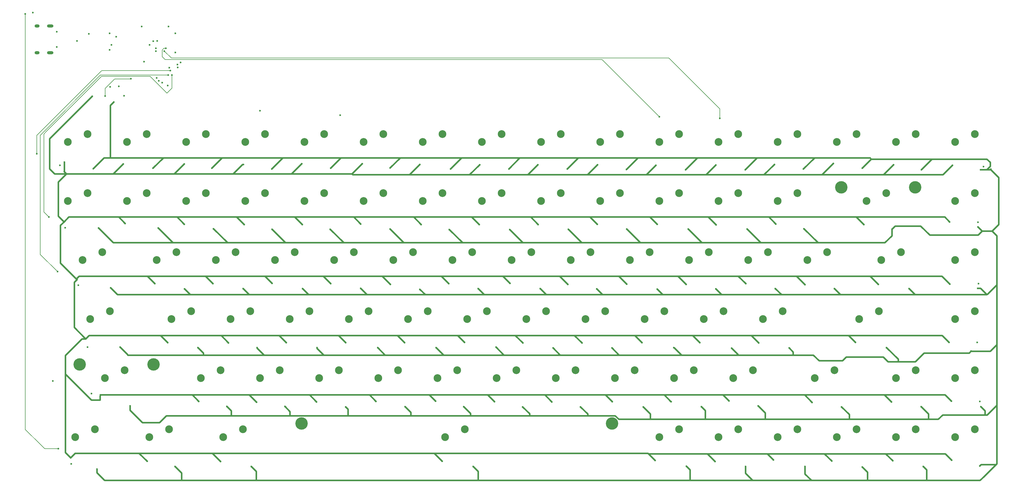
<source format=gbr>
%TF.GenerationSoftware,KiCad,Pcbnew,9.0.3*%
%TF.CreationDate,2025-12-04T16:15:47+02:00*%
%TF.ProjectId,MyCustom_75Keeb,4d794375-7374-46f6-9d5f-37354b656562,2.0.0*%
%TF.SameCoordinates,Original*%
%TF.FileFunction,Copper,L3,Inr*%
%TF.FilePolarity,Positive*%
%FSLAX46Y46*%
G04 Gerber Fmt 4.6, Leading zero omitted, Abs format (unit mm)*
G04 Created by KiCad (PCBNEW 9.0.3) date 2025-12-04 16:15:47*
%MOMM*%
%LPD*%
G01*
G04 APERTURE LIST*
%TA.AperFunction,ComponentPad*%
%ADD10C,2.500000*%
%TD*%
%TA.AperFunction,ComponentPad*%
%ADD11C,4.000000*%
%TD*%
%TA.AperFunction,ComponentPad*%
%ADD12O,1.600000X1.000000*%
%TD*%
%TA.AperFunction,ComponentPad*%
%ADD13O,2.100000X1.000000*%
%TD*%
%TA.AperFunction,ViaPad*%
%ADD14C,0.600000*%
%TD*%
%TA.AperFunction,Conductor*%
%ADD15C,0.500000*%
%TD*%
%TA.AperFunction,Conductor*%
%ADD16C,0.200000*%
%TD*%
G04 APERTURE END LIST*
D10*
%TO.N,Col_11*%
%TO.C,SW70*%
X229552500Y-111760000D03*
%TO.N,Net-(D70-A)*%
X235902500Y-109220000D03*
%TD*%
%TO.N,Col_12*%
%TO.C,SW81*%
X262890000Y-130810000D03*
%TO.N,Net-(D81-A)*%
X269240000Y-128270000D03*
%TD*%
%TO.N,Col_2*%
%TO.C,SW19*%
X72390000Y-54610000D03*
%TO.N,Net-(D19-A)*%
X78740000Y-52070000D03*
%TD*%
%TO.N,Col_7*%
%TO.C,SW66*%
X153352500Y-111760000D03*
%TO.N,Net-(D66-A)*%
X159702500Y-109220000D03*
%TD*%
%TO.N,Col_6*%
%TO.C,SW65*%
X134302500Y-111760000D03*
%TO.N,Net-(D65-A)*%
X140652500Y-109220000D03*
%TD*%
%TO.N,Col_3*%
%TO.C,SW33*%
X62865000Y-73660000D03*
%TO.N,Net-(D33-A)*%
X69215000Y-71120000D03*
%TD*%
%TO.N,Col_11*%
%TO.C,SW56*%
X220027500Y-92710000D03*
%TO.N,Net-(D56-A)*%
X226377500Y-90170000D03*
%TD*%
%TO.N,Col_2*%
%TO.C,SW3*%
X72390000Y-35560000D03*
%TO.N,Net-(D3-A)*%
X78740000Y-33020000D03*
%TD*%
%TO.N,Col_6*%
%TO.C,SW77*%
X84296250Y-130810000D03*
%TO.N,Net-(D77-A)*%
X90646250Y-128270000D03*
%TD*%
%TO.N,Col_10*%
%TO.C,SW11*%
X224790000Y-35560000D03*
%TO.N,Net-(D11-A)*%
X231140000Y-33020000D03*
%TD*%
%TO.N,Col_14*%
%TO.C,SW15*%
X300990000Y-35560000D03*
%TO.N,Net-(D15-A)*%
X307340000Y-33020000D03*
%TD*%
%TO.N,Col_12*%
%TO.C,SW29*%
X262890000Y-54610000D03*
%TO.N,Net-(D29-A)*%
X269240000Y-52070000D03*
%TD*%
%TO.N,Col_2*%
%TO.C,SW32*%
X39052500Y-73660000D03*
%TO.N,Net-(D32-A)*%
X45402500Y-71120000D03*
%TD*%
%TO.N,Col_14*%
%TO.C,SW44*%
X272415000Y-73660000D03*
%TO.N,Net-(D44-A)*%
X278765000Y-71120000D03*
%TD*%
D11*
%TO.N,*%
%TO.C,S6*%
X283368750Y-50165000D03*
X307181250Y-50165000D03*
%TD*%
D10*
%TO.N,Col_10*%
%TO.C,SW40*%
X196215000Y-73660000D03*
%TO.N,Net-(D40-A)*%
X202565000Y-71120000D03*
%TD*%
%TO.N,Col_13*%
%TO.C,SW71*%
X248602500Y-111760000D03*
%TO.N,Net-(D71-A)*%
X254952500Y-109220000D03*
%TD*%
%TO.N,Col_15*%
%TO.C,SW30*%
X291465000Y-54610000D03*
%TO.N,Net-(D30-A)*%
X297815000Y-52070000D03*
%TD*%
%TO.N,Col_0*%
%TO.C,SW1*%
X34290000Y-35560000D03*
%TO.N,Net-(D1-A)*%
X40640000Y-33020000D03*
%TD*%
%TO.N,Col_11*%
%TO.C,SW12*%
X243840000Y-35560000D03*
%TO.N,Net-(D12-A)*%
X250190000Y-33020000D03*
%TD*%
%TO.N,Col_2*%
%TO.C,SW47*%
X41433750Y-92710000D03*
%TO.N,Net-(D47-A)*%
X47783750Y-90170000D03*
%TD*%
%TO.N,Col_15*%
%TO.C,SW73*%
X300990000Y-111760000D03*
%TO.N,Net-(D73-A)*%
X307340000Y-109220000D03*
%TD*%
%TO.N,Col_9*%
%TO.C,SW54*%
X181927500Y-92710000D03*
%TO.N,Net-(D54-A)*%
X188277500Y-90170000D03*
%TD*%
D11*
%TO.N,*%
%TO.C,S2*%
X38100000Y-107315000D03*
X61912500Y-107315000D03*
%TD*%
D10*
%TO.N,Col_0*%
%TO.C,SW74*%
X320040000Y-111760000D03*
%TO.N,Net-(D74-A)*%
X326390000Y-109220000D03*
%TD*%
%TO.N,Col_15*%
%TO.C,SW59*%
X289083750Y-92710000D03*
%TO.N,Net-(D59-A)*%
X295433750Y-90170000D03*
%TD*%
%TO.N,Col_9*%
%TO.C,SW26*%
X205740000Y-54610000D03*
%TO.N,Net-(D26-A)*%
X212090000Y-52070000D03*
%TD*%
%TO.N,Col_6*%
%TO.C,SW23*%
X148590000Y-54610000D03*
%TO.N,Net-(D23-A)*%
X154940000Y-52070000D03*
%TD*%
%TO.N,Col_7*%
%TO.C,SW37*%
X139065000Y-73660000D03*
%TO.N,Net-(D37-A)*%
X145415000Y-71120000D03*
%TD*%
%TO.N,Col_1*%
%TO.C,SW2*%
X53340000Y-35560000D03*
%TO.N,Net-(D2-A)*%
X59690000Y-33020000D03*
%TD*%
%TO.N,Col_13*%
%TO.C,SW43*%
X253365000Y-73660000D03*
%TO.N,Net-(D43-A)*%
X259715000Y-71120000D03*
%TD*%
%TO.N,Col_6*%
%TO.C,SW36*%
X120015000Y-73660000D03*
%TO.N,Net-(D36-A)*%
X126365000Y-71120000D03*
%TD*%
%TO.N,Col_3*%
%TO.C,SW20*%
X91440000Y-54610000D03*
%TO.N,Net-(D20-A)*%
X97790000Y-52070000D03*
%TD*%
%TO.N,Col_10*%
%TO.C,SW69*%
X210502500Y-111760000D03*
%TO.N,Net-(D69-A)*%
X216852500Y-109220000D03*
%TD*%
%TO.N,Col_3*%
%TO.C,SW4*%
X91440000Y-35560000D03*
%TO.N,Net-(D4-A)*%
X97790000Y-33020000D03*
%TD*%
%TO.N,Col_0*%
%TO.C,SW46*%
X320040000Y-73660000D03*
%TO.N,Net-(D46-A)*%
X326390000Y-71120000D03*
%TD*%
%TO.N,Col_1*%
%TO.C,SW18*%
X53340000Y-54610000D03*
%TO.N,Net-(D18-A)*%
X59690000Y-52070000D03*
%TD*%
%TO.N,Col_5*%
%TO.C,SW50*%
X105727500Y-92710000D03*
%TO.N,Net-(D50-A)*%
X112077500Y-90170000D03*
%TD*%
%TO.N,Col_8*%
%TO.C,SW53*%
X162877500Y-92710000D03*
%TO.N,Net-(D53-A)*%
X169227500Y-90170000D03*
%TD*%
%TO.N,Col_8*%
%TO.C,SW67*%
X172402500Y-111760000D03*
%TO.N,Net-(D67-A)*%
X178752500Y-109220000D03*
%TD*%
%TO.N,Col_5*%
%TO.C,SW35*%
X100965000Y-73660000D03*
%TO.N,Net-(D35-A)*%
X107315000Y-71120000D03*
%TD*%
%TO.N,Col_8*%
%TO.C,SW38*%
X158115000Y-73660000D03*
%TO.N,Net-(D38-A)*%
X164465000Y-71120000D03*
%TD*%
%TO.N,Col_0*%
%TO.C,SW17*%
X34290000Y-54610000D03*
%TO.N,Net-(D17-A)*%
X40640000Y-52070000D03*
%TD*%
%TO.N,Col_0*%
%TO.C,SW60*%
X320040000Y-92710000D03*
%TO.N,Net-(D60-A)*%
X326390000Y-90170000D03*
%TD*%
%TO.N,Col_11*%
%TO.C,SW28*%
X243840000Y-54610000D03*
%TO.N,Net-(D28-A)*%
X250190000Y-52070000D03*
%TD*%
%TO.N,Col_4*%
%TO.C,SW21*%
X110490000Y-54610000D03*
%TO.N,Net-(D21-A)*%
X116840000Y-52070000D03*
%TD*%
%TO.N,Col_9*%
%TO.C,SW68*%
X191452500Y-111760000D03*
%TO.N,Net-(D68-A)*%
X197802500Y-109220000D03*
%TD*%
%TO.N,Col_11*%
%TO.C,SW41*%
X215265000Y-73660000D03*
%TO.N,Net-(D41-A)*%
X221615000Y-71120000D03*
%TD*%
%TO.N,Col_10*%
%TO.C,SW55*%
X200977500Y-92710000D03*
%TO.N,Net-(D55-A)*%
X207327500Y-90170000D03*
%TD*%
%TO.N,Col_14*%
%TO.C,SW58*%
X258127500Y-92710000D03*
%TO.N,Net-(D58-A)*%
X264477500Y-90170000D03*
%TD*%
%TO.N,Col_5*%
%TO.C,SW64*%
X115252500Y-111760000D03*
%TO.N,Net-(D64-A)*%
X121602500Y-109220000D03*
%TD*%
%TO.N,Col_4*%
%TO.C,SW63*%
X96202500Y-111760000D03*
%TO.N,Net-(D63-A)*%
X102552500Y-109220000D03*
%TD*%
%TO.N,Col_12*%
%TO.C,SW13*%
X262890000Y-35560000D03*
%TO.N,Net-(D13-A)*%
X269240000Y-33020000D03*
%TD*%
%TO.N,Col_9*%
%TO.C,SW39*%
X177165000Y-73660000D03*
%TO.N,Net-(D39-A)*%
X183515000Y-71120000D03*
%TD*%
%TO.N,Col_2*%
%TO.C,SW61*%
X46196250Y-111760000D03*
%TO.N,Net-(D61-A)*%
X52546250Y-109220000D03*
%TD*%
%TO.N,Col_3*%
%TO.C,SW48*%
X67627500Y-92710000D03*
%TO.N,Net-(D48-A)*%
X73977500Y-90170000D03*
%TD*%
%TO.N,Col_13*%
%TO.C,SW82*%
X281940000Y-130810000D03*
%TO.N,Net-(D82-A)*%
X288290000Y-128270000D03*
%TD*%
%TO.N,Col_7*%
%TO.C,SW52*%
X143827500Y-92710000D03*
%TO.N,Net-(D52-A)*%
X150177500Y-90170000D03*
%TD*%
%TO.N,Col_8*%
%TO.C,SW25*%
X186690000Y-54610000D03*
%TO.N,Net-(D25-A)*%
X193040000Y-52070000D03*
%TD*%
%TO.N,Col_7*%
%TO.C,SW24*%
X167640000Y-54610000D03*
%TO.N,Net-(D24-A)*%
X173990000Y-52070000D03*
%TD*%
%TO.N,Col_2*%
%TO.C,SW76*%
X60483750Y-130810000D03*
%TO.N,Net-(D76-A)*%
X66833750Y-128270000D03*
%TD*%
%TO.N,Col_6*%
%TO.C,SW7*%
X148590000Y-35560000D03*
%TO.N,Net-(D7-A)*%
X154940000Y-33020000D03*
%TD*%
%TO.N,Col_1*%
%TO.C,SW75*%
X36671250Y-130810000D03*
%TO.N,Net-(D75-A)*%
X43021250Y-128270000D03*
%TD*%
%TO.N,Col_12*%
%TO.C,SW42*%
X234315000Y-73660000D03*
%TO.N,Net-(D42-A)*%
X240665000Y-71120000D03*
%TD*%
D11*
%TO.N,*%
%TO.C,S1*%
X109537500Y-126365000D03*
X209550000Y-126365000D03*
%TD*%
D10*
%TO.N,Col_14*%
%TO.C,SW83*%
X300990000Y-130810000D03*
%TO.N,Net-(D83-A)*%
X307340000Y-128270000D03*
%TD*%
%TO.N,Col_4*%
%TO.C,SW49*%
X86677500Y-92710000D03*
%TO.N,Net-(D49-A)*%
X93027500Y-90170000D03*
%TD*%
%TO.N,Col_8*%
%TO.C,SW9*%
X186690000Y-35560000D03*
%TO.N,Net-(D9-A)*%
X193040000Y-33020000D03*
%TD*%
%TO.N,Col_15*%
%TO.C,SW84*%
X320040000Y-130810000D03*
%TO.N,Net-(D84-A)*%
X326390000Y-128270000D03*
%TD*%
%TO.N,Col_5*%
%TO.C,SW6*%
X129540000Y-35560000D03*
%TO.N,Net-(D6-A)*%
X135890000Y-33020000D03*
%TD*%
%TO.N,Col_9*%
%TO.C,SW78*%
X155733750Y-130810000D03*
%TO.N,Net-(D78-A)*%
X162083750Y-128270000D03*
%TD*%
%TO.N,Col_5*%
%TO.C,SW22*%
X129540000Y-54610000D03*
%TO.N,Net-(D22-A)*%
X135890000Y-52070000D03*
%TD*%
%TO.N,Col_11*%
%TO.C,SW80*%
X243840000Y-130810000D03*
%TO.N,Net-(D80-A)*%
X250190000Y-128270000D03*
%TD*%
%TO.N,Col_15*%
%TO.C,SW16*%
X320040000Y-35560000D03*
%TO.N,Net-(D16-A)*%
X326390000Y-33020000D03*
%TD*%
%TO.N,Col_7*%
%TO.C,SW8*%
X167640000Y-35560000D03*
%TO.N,Net-(D8-A)*%
X173990000Y-33020000D03*
%TD*%
%TO.N,Col_4*%
%TO.C,SW34*%
X81915000Y-73660000D03*
%TO.N,Net-(D34-A)*%
X88265000Y-71120000D03*
%TD*%
%TO.N,Col_3*%
%TO.C,SW62*%
X77152500Y-111760000D03*
%TO.N,Net-(D62-A)*%
X83502500Y-109220000D03*
%TD*%
%TO.N,Col_0*%
%TO.C,SW31*%
X320040000Y-54610000D03*
%TO.N,Net-(D31-A)*%
X326390000Y-52070000D03*
%TD*%
%TO.N,Col_10*%
%TO.C,SW79*%
X224790000Y-130810000D03*
%TO.N,Net-(D79-A)*%
X231140000Y-128270000D03*
%TD*%
%TO.N,Col_4*%
%TO.C,SW5*%
X110490000Y-35560000D03*
%TO.N,Net-(D5-A)*%
X116840000Y-33020000D03*
%TD*%
%TO.N,Col_13*%
%TO.C,SW14*%
X281940000Y-35560000D03*
%TO.N,Net-(D14-A)*%
X288290000Y-33020000D03*
%TD*%
%TO.N,Col_9*%
%TO.C,SW10*%
X205740000Y-35560000D03*
%TO.N,Net-(D10-A)*%
X212090000Y-33020000D03*
%TD*%
%TO.N,Col_6*%
%TO.C,SW51*%
X124777500Y-92710000D03*
%TO.N,Net-(D51-A)*%
X131127500Y-90170000D03*
%TD*%
%TO.N,Col_10*%
%TO.C,SW27*%
X224790000Y-54610000D03*
%TO.N,Net-(D27-A)*%
X231140000Y-52070000D03*
%TD*%
%TO.N,Col_15*%
%TO.C,SW45*%
X296227500Y-73660000D03*
%TO.N,Net-(D45-A)*%
X302577500Y-71120000D03*
%TD*%
%TO.N,Col_14*%
%TO.C,SW72*%
X274796250Y-111760000D03*
%TO.N,Net-(D72-A)*%
X281146250Y-109220000D03*
%TD*%
%TO.N,Col_12*%
%TO.C,SW57*%
X239077500Y-92710000D03*
%TO.N,Net-(D57-A)*%
X245427500Y-90170000D03*
%TD*%
D12*
%TO.N,GND*%
%TO.C,J1*%
X24387446Y-6780029D03*
D13*
X28567446Y-6780029D03*
D12*
X24387446Y1859971D03*
D13*
X28567446Y1859971D03*
%TD*%
D14*
%TO.N,GND*%
X176712446Y-81185029D03*
X209612446Y-119385029D03*
X223662446Y-43085029D03*
X104662446Y-100335029D03*
X44762446Y-117185029D03*
X290662446Y-62235029D03*
X52162446Y-42635029D03*
X128612446Y-62035029D03*
X166762446Y-62235029D03*
X204862446Y-42935029D03*
X90812446Y-42835029D03*
X162062446Y-100235029D03*
X52712446Y-61835029D03*
X59812446Y-138585029D03*
X91112446Y-62235029D03*
X204762446Y-62135029D03*
X242712446Y-138635029D03*
X242962446Y-42985029D03*
X123762446Y-100285029D03*
X228612446Y-119335029D03*
X114412446Y-119435029D03*
X299962446Y-138435029D03*
X214312446Y-81435029D03*
X319212446Y-43035029D03*
X237812446Y-100285029D03*
X252612446Y-81285029D03*
X154862446Y-138585029D03*
X37212446Y-79985029D03*
X33062446Y-61335029D03*
X71812446Y-42635029D03*
X147612446Y-42835029D03*
X280812446Y-42485029D03*
X318912446Y-138235029D03*
X109612446Y-42585029D03*
X199862446Y-100435029D03*
X33162446Y-42085029D03*
X318062446Y-100185029D03*
X287912446Y-100185029D03*
X76462446Y-119235029D03*
X224112446Y-62135029D03*
X262312446Y-62035029D03*
X40062446Y-99135029D03*
X185762446Y-62185029D03*
X233412446Y-81535029D03*
X42162446Y-20810029D03*
X318312446Y-81435029D03*
X95062446Y-119535029D03*
X247212446Y-119135029D03*
X271662446Y-81585029D03*
X156962446Y-81235029D03*
X261562446Y-138185029D03*
X295312446Y-81485029D03*
X148112446Y-62185029D03*
X195312446Y-81485029D03*
X280312446Y-138535029D03*
X180812446Y-100435029D03*
X100062446Y-81185029D03*
X118962446Y-81235029D03*
X81012446Y-81235029D03*
X190162446Y-119435029D03*
X223412446Y-138285029D03*
X86016727Y-100356783D03*
X71812446Y-62085029D03*
X62262446Y-81235029D03*
X274012446Y-119635029D03*
X300212446Y-42935029D03*
X243062446Y-62335029D03*
X50699946Y-17597529D03*
X35212446Y-137485029D03*
X142712446Y-100335029D03*
X219162446Y-100285029D03*
X185662446Y-42885029D03*
X66462446Y-100335029D03*
X83462446Y-138635029D03*
X109762446Y-62185029D03*
X256812446Y-100435029D03*
X129112446Y-42585029D03*
X166912446Y-42885029D03*
X318812446Y-119185029D03*
X261862446Y-42785029D03*
X299512446Y-119435029D03*
X318262446Y-61335029D03*
X171662446Y-119335029D03*
X152712446Y-119185029D03*
X133512446Y-119235029D03*
X138162446Y-81535029D03*
%TO.N,+3.3V*%
X49862446Y-1560029D03*
X68904948Y-500029D03*
X47699943Y-476278D03*
X66722446Y1682471D03*
X68904947Y-6652529D03*
X58059948Y1682471D03*
X47912446Y-17760029D03*
X58819943Y-9602537D03*
X47699943Y-5822524D03*
%TO.N,+5V*%
X54312446Y-120735029D03*
X224112446Y-83035029D03*
X90762446Y-82885029D03*
X68812446Y-140285029D03*
X271662446Y-140235029D03*
X281162446Y-82885029D03*
X164812446Y-140285029D03*
X128562446Y-82785029D03*
X209512446Y-101985029D03*
X248062446Y-102085029D03*
X309762446Y-140285029D03*
X262112446Y-82835029D03*
X157162446Y-63785029D03*
X238352257Y-120991771D03*
X104212446Y-120885029D03*
X233512446Y-140185029D03*
X61712446Y-44035029D03*
X305212446Y-82885029D03*
X161812446Y-120985029D03*
X195112446Y-44235029D03*
X242962446Y-82935029D03*
X290112446Y-140435029D03*
X134062446Y-101885029D03*
X138062446Y-63635029D03*
X95262446Y-101935029D03*
X327312446Y-82785029D03*
X199412446Y-121035029D03*
X100012446Y-44235029D03*
X266562446Y-102035029D03*
X93362446Y-140285029D03*
X147662446Y-83085029D03*
X42462446Y-44185029D03*
X271362446Y-63535029D03*
X44212446Y-63335029D03*
X214162446Y-44435029D03*
X176562446Y-63785029D03*
X327412446Y-62985029D03*
X219612446Y-121035029D03*
X309112446Y-120985029D03*
X76212446Y-101935029D03*
X85512446Y-120885029D03*
X166412446Y-82835029D03*
X180762446Y-121035029D03*
X233212446Y-44535029D03*
X297912446Y-101885029D03*
X299712446Y-63735029D03*
X63362446Y-63285029D03*
X100062446Y-63735029D03*
X80662446Y-43985029D03*
X123762446Y-121035029D03*
X328012446Y-140085029D03*
X43662446Y-141085029D03*
X328362446Y-120935029D03*
X71862446Y-82985029D03*
X195462446Y-63735029D03*
X172212446Y-101785029D03*
X51112446Y-101785029D03*
X229412446Y-101885029D03*
X186412446Y-82885029D03*
X118812446Y-63735029D03*
X48062446Y-82585029D03*
X81212446Y-63535029D03*
X176312446Y-44235029D03*
X109862446Y-82885029D03*
X118962446Y-43985029D03*
X256612446Y-120735029D03*
X49074946Y-22697529D03*
X252562446Y-140235029D03*
X290162446Y-43985029D03*
X138112446Y-43935029D03*
X157562446Y-44235029D03*
X114562446Y-101935029D03*
X328212446Y-44485029D03*
X204641485Y-82953349D03*
X214312446Y-63685029D03*
X190562446Y-102035029D03*
X41062446Y-635029D03*
X252462446Y-44485029D03*
X325212446Y-103035029D03*
X142912446Y-120985029D03*
X309212446Y-44485029D03*
X253062446Y-63685029D03*
X283462446Y-121035029D03*
X234062446Y-63685029D03*
X152910412Y-101910984D03*
X271212446Y-44285029D03*
%TO.N,VBUS*%
X37237446Y-2960029D03*
X30707446Y-4910029D03*
X30707446Y-10029D03*
%TO.N,Row_0*%
X67287446Y-12535029D03*
X24287446Y-39335029D03*
%TO.N,/BOOT0*%
X48349943Y-4210029D03*
X60599946Y-4210029D03*
%TO.N,Row_1*%
X67787446Y-13935029D03*
X28162446Y-59760029D03*
%TO.N,Row_2*%
X66612446Y-13985029D03*
X30937446Y-77385029D03*
%TO.N,Row_4*%
X22987446Y6164971D03*
X29461108Y-112632928D03*
%TO.N,Row_5*%
X31252013Y-134539884D03*
X20587446Y5764971D03*
%TO.N,RGB_OUTPUT*%
X52412446Y-20610029D03*
X31712446Y-43060029D03*
%TO.N,Col_0*%
X61837446Y-3060029D03*
%TO.N,Col_1*%
X63037446Y-2935029D03*
%TO.N,Col_2*%
X62612446Y-5310029D03*
%TO.N,Col_3*%
X62662446Y-6285029D03*
%TO.N,Col_5*%
X96212446Y-25485029D03*
%TO.N,Col_6*%
X121987446Y-26885029D03*
X62887446Y-14885029D03*
%TO.N,Col_7*%
X63612446Y-15785029D03*
%TO.N,Col_8*%
X64687446Y-16435029D03*
%TO.N,Col_9*%
X66437446Y-17360029D03*
%TO.N,Col_10*%
X65862446Y-5335029D03*
X224787446Y-27435029D03*
%TO.N,Col_11*%
X244262446Y-27935029D03*
X65387446Y-6210029D03*
%TO.N,Col_13*%
X70562446Y-9910029D03*
%TO.N,Col_14*%
X69612446Y-10585029D03*
%TO.N,Col_15*%
X69687446Y-11510029D03*
%TO.N,RGB_INPUT*%
X66962446Y-11610029D03*
X46262446Y-20685029D03*
X54637446Y-15160029D03*
%TO.N,Net-(LED16-DOUT)*%
X33412446Y-63235029D03*
X329162446Y-43485029D03*
%TO.N,Net-(LED31-DOUT)*%
X37662446Y-81735029D03*
X327412446Y-61485029D03*
%TO.N,Net-(LED46-DOUT)*%
X327562446Y-81235029D03*
X40662446Y-101735029D03*
%TO.N,Net-(LED61-DOUT)*%
X327162446Y-100235029D03*
X41862446Y-116735029D03*
%TO.N,Net-(LED76-DOUT)*%
X327962446Y-119285029D03*
X35362446Y-139435029D03*
%TD*%
D15*
%TO.N,GND*%
X125812446Y-45885029D02*
X126062446Y-46135029D01*
X297312446Y-136185029D02*
X316862446Y-136185029D01*
X64162446Y-98035029D02*
X83694973Y-98035029D01*
X277162446Y-46135029D02*
X280812446Y-42485029D01*
X292712446Y-78885029D02*
X295312446Y-81485029D01*
X316812446Y-117185029D02*
X318812446Y-119185029D01*
X164062446Y-59785029D02*
X164312446Y-59785029D01*
X163362446Y-46135029D02*
X163662446Y-46135029D01*
X145712446Y-59785029D02*
X164062446Y-59785029D01*
X35212446Y-137485029D02*
X36562446Y-136135029D01*
X33162446Y-45085029D02*
X33112446Y-45135029D01*
X33862446Y-45885029D02*
X31262446Y-48485029D01*
X178412446Y-98035029D02*
X180812446Y-100435029D01*
X126162446Y-59785029D02*
X145712446Y-59785029D01*
X297012446Y-46135029D02*
X300212446Y-42935029D01*
X40062446Y-99135029D02*
X38812446Y-99135029D01*
X201312446Y-46135029D02*
X220612446Y-46135029D01*
X316712446Y-59785029D02*
X318262446Y-61335029D01*
X164312446Y-59785029D02*
X166762446Y-62235029D01*
X292712446Y-78885029D02*
X315762446Y-78885029D01*
X126062446Y-46135029D02*
X144312446Y-46135029D01*
X41912446Y-118835029D02*
X44662446Y-118835029D01*
X36362446Y-80835029D02*
X36362446Y-95435029D01*
X48712446Y-45885029D02*
X48912446Y-45885029D01*
X159862446Y-98035029D02*
X162062446Y-100235029D01*
X88662446Y-59785029D02*
X107362446Y-59785029D01*
X169512446Y-117185029D02*
X171662446Y-119335029D01*
X37912446Y-78885029D02*
X59912446Y-78885029D01*
X144312446Y-46135029D02*
X163362446Y-46135029D01*
X59912446Y-78885029D02*
X62262446Y-81235029D01*
X154612446Y-78885029D02*
X174412446Y-78885029D01*
X240262446Y-136185029D02*
X259562446Y-136185029D01*
X40912446Y-117835029D02*
X41062446Y-117985029D01*
X37212446Y-79585029D02*
X37912446Y-78885029D01*
X97762446Y-78885029D02*
X100062446Y-81185029D01*
X235562446Y-98035029D02*
X237812446Y-100285029D01*
X277962446Y-136185029D02*
X280312446Y-138535029D01*
X88662446Y-59785029D02*
X91112446Y-62235029D01*
X74412446Y-117185029D02*
X76462446Y-119235029D01*
X182412446Y-46135029D02*
X185662446Y-42885029D01*
X183362446Y-59785029D02*
X185762446Y-62185029D01*
X220612446Y-46135029D02*
X223662446Y-43085029D01*
X64162446Y-98035029D02*
X66462446Y-100335029D01*
X135512446Y-78885029D02*
X154612446Y-78885029D01*
X240162446Y-59785029D02*
X260062446Y-59785029D01*
X44662446Y-117485029D02*
X44762446Y-117385029D01*
X33512446Y-104435029D02*
X33512446Y-110035029D01*
X38812446Y-99135029D02*
X33512446Y-104435029D01*
X107362446Y-59785029D02*
X109762446Y-62185029D01*
X41062446Y-117985029D02*
X41912446Y-118835029D01*
X33862446Y-45885029D02*
X48712446Y-45885029D01*
X33162446Y-42085029D02*
X33162446Y-45085029D01*
X41162446Y-98035029D02*
X64162446Y-98035029D01*
X192712446Y-78885029D02*
X211762446Y-78885029D01*
X50662446Y-59785029D02*
X52712446Y-61835029D01*
X202412446Y-59785029D02*
X204762446Y-62135029D01*
X221762446Y-59785029D02*
X240162446Y-59785029D01*
X68562446Y-45885029D02*
X87012446Y-45885029D01*
X106312446Y-45885029D02*
X109612446Y-42585029D01*
X87512446Y-45885029D02*
X90562446Y-42835029D01*
X159862446Y-98035029D02*
X178412446Y-98035029D01*
X221162446Y-136035029D02*
X221312446Y-136185029D01*
X116612446Y-78885029D02*
X118962446Y-81235029D01*
X164062446Y-59785029D02*
X183362446Y-59785029D01*
X254412446Y-98035029D02*
X256812446Y-100435029D01*
X288212446Y-59785029D02*
X316712446Y-59785029D01*
X197462446Y-98035029D02*
X199862446Y-100435029D01*
X220612446Y-46135029D02*
X239812446Y-46135029D01*
X33512446Y-110435029D02*
X40912446Y-117835029D01*
X80862446Y-136035029D02*
X83462446Y-138635029D01*
X97762446Y-78885029D02*
X116612446Y-78885029D01*
X259562446Y-136185029D02*
X277962446Y-136185029D01*
X183362446Y-59785029D02*
X202412446Y-59785029D01*
X249912446Y-78885029D02*
X268762446Y-78885029D01*
X83694973Y-98035029D02*
X102362446Y-98035029D01*
X316862446Y-136185029D02*
X318912446Y-138235029D01*
X211762446Y-78885029D02*
X230762446Y-78885029D01*
X192712446Y-78885029D02*
X195312446Y-81485029D01*
X250212446Y-78885029D02*
X252612446Y-81285029D01*
X268762446Y-78885029D02*
X292712446Y-78885029D01*
X106312446Y-45885029D02*
X125812446Y-45885029D01*
X140412446Y-98035029D02*
X142712446Y-100335029D01*
X271562446Y-117185029D02*
X274012446Y-119635029D01*
X33862446Y-45885029D02*
X30012446Y-45885029D01*
X271562446Y-117185029D02*
X297262446Y-117185029D01*
X258512446Y-46135029D02*
X261862446Y-42785029D01*
X36362446Y-95435029D02*
X40062446Y-99135029D01*
X163362446Y-46135029D02*
X182412446Y-46135029D01*
X33112446Y-45135029D02*
X33862446Y-45885029D01*
X154612446Y-78885029D02*
X156962446Y-81235029D01*
X207162446Y-117185029D02*
X207412446Y-117185029D01*
X226362446Y-117185029D02*
X245262446Y-117185029D01*
X150712446Y-117185029D02*
X169512446Y-117185029D01*
X221762446Y-59785029D02*
X224112446Y-62135029D01*
X112162446Y-117185029D02*
X131462446Y-117185029D01*
X33512446Y-135785029D02*
X35212446Y-137485029D01*
X34612446Y-59785029D02*
X50662446Y-59785029D01*
X245262446Y-117185029D02*
X271562446Y-117185029D01*
X87012446Y-45885029D02*
X106312446Y-45885029D01*
X216912446Y-98035029D02*
X235562446Y-98035029D01*
X240512446Y-59785029D02*
X243062446Y-62335029D01*
X116612446Y-78885029D02*
X135512446Y-78885029D01*
X277162446Y-46135029D02*
X297012446Y-46135029D01*
X83694973Y-98035029D02*
X86016727Y-100356783D01*
X126362446Y-59785029D02*
X128612446Y-62035029D01*
X201312446Y-46135029D02*
X201662446Y-46135029D01*
X207162446Y-117185029D02*
X226362446Y-117185029D01*
X102362446Y-98035029D02*
X121512446Y-98035029D01*
X249912446Y-78885029D02*
X250212446Y-78885029D01*
X57262446Y-136035029D02*
X80862446Y-136035029D01*
X37212446Y-79985029D02*
X36362446Y-80835029D01*
X260062446Y-59785029D02*
X262312446Y-62035029D01*
X254412446Y-98035029D02*
X285762446Y-98035029D01*
X37212446Y-79985029D02*
X37212446Y-79585029D01*
X297012446Y-46135029D02*
X316112446Y-46135029D01*
X201662446Y-46135029D02*
X204862446Y-42935029D01*
X31912446Y-74685029D02*
X37212446Y-79985029D01*
X59912446Y-78885029D02*
X78662446Y-78885029D01*
X245262446Y-117185029D02*
X247212446Y-119135029D01*
X135512446Y-78885029D02*
X138162446Y-81535029D01*
X230762446Y-78885029D02*
X249912446Y-78885029D01*
X131462446Y-117185029D02*
X150712446Y-117185029D01*
X36562446Y-136035029D02*
X57262446Y-136035029D01*
X131462446Y-117185029D02*
X133512446Y-119235029D01*
X258512446Y-46135029D02*
X277162446Y-46135029D01*
X87012446Y-45885029D02*
X87512446Y-45885029D01*
X285762446Y-98035029D02*
X287912446Y-100185029D01*
X44762446Y-117185029D02*
X74412446Y-117185029D01*
X315762446Y-78885029D02*
X318312446Y-81435029D01*
X197462446Y-98035029D02*
X216912446Y-98035029D01*
X36562446Y-136135029D02*
X36562446Y-136035029D01*
X288212446Y-59785029D02*
X290662446Y-62235029D01*
X33062446Y-61335029D02*
X31912446Y-62485029D01*
X102362446Y-98035029D02*
X104662446Y-100335029D01*
X228512446Y-119335029D02*
X228612446Y-119335029D01*
X174412446Y-78885029D02*
X176712446Y-81185029D01*
X221312446Y-136185029D02*
X223412446Y-138285029D01*
X202412446Y-59785029D02*
X221762446Y-59785029D01*
X121512446Y-98035029D02*
X140412446Y-98035029D01*
X31262446Y-59535029D02*
X33062446Y-61335029D01*
X28412446Y-44285029D02*
X28412446Y-34560029D01*
X126162446Y-59785029D02*
X126362446Y-59785029D01*
X216912446Y-98035029D02*
X219162446Y-100285029D01*
X145712446Y-59785029D02*
X148112446Y-62185029D01*
X211762446Y-78885029D02*
X214312446Y-81435029D01*
X239812446Y-46135029D02*
X258512446Y-46135029D01*
X40062446Y-99135029D02*
X41162446Y-98035029D01*
X178412446Y-98035029D02*
X197462446Y-98035029D01*
X30012446Y-45885029D02*
X28412446Y-44285029D01*
X315912446Y-98035029D02*
X318062446Y-100185029D01*
X207412446Y-117185029D02*
X209612446Y-119385029D01*
X112162446Y-117185029D02*
X114412446Y-119435029D01*
X277962446Y-136185029D02*
X297312446Y-136185029D01*
X68562446Y-45885029D02*
X71812446Y-42635029D01*
X33062446Y-61335029D02*
X34612446Y-59785029D01*
X152312446Y-136035029D02*
X154862446Y-138585029D01*
X259562446Y-136185029D02*
X261562446Y-138185029D01*
X150712446Y-117185029D02*
X152712446Y-119185029D01*
X182412446Y-46135029D02*
X201312446Y-46135029D01*
X169512446Y-117185029D02*
X187912446Y-117185029D01*
X163662446Y-46135029D02*
X166912446Y-42885029D01*
X92712446Y-117185029D02*
X95062446Y-119535029D01*
X69512446Y-59785029D02*
X71812446Y-62085029D01*
X121512446Y-98035029D02*
X123762446Y-100285029D01*
X297312446Y-136185029D02*
X297712446Y-136185029D01*
X285762446Y-98035029D02*
X315912446Y-98035029D01*
X33512446Y-110035029D02*
X33512446Y-135785029D01*
X78662446Y-78885029D02*
X97762446Y-78885029D01*
X226362446Y-117185029D02*
X228512446Y-119335029D01*
X74412446Y-117185029D02*
X92712446Y-117185029D01*
X174412446Y-78885029D02*
X192712446Y-78885029D01*
X69512446Y-59785029D02*
X88662446Y-59785029D01*
X78662446Y-78885029D02*
X81012446Y-81235029D01*
X316112446Y-46135029D02*
X319212446Y-43035029D01*
X268762446Y-78885029D02*
X268962446Y-78885029D01*
X297262446Y-117185029D02*
X316812446Y-117185029D01*
X80862446Y-136035029D02*
X152312446Y-136035029D01*
X221312446Y-136185029D02*
X240262446Y-136185029D01*
X48712446Y-45885029D02*
X68562446Y-45885029D01*
X50662446Y-59785029D02*
X69512446Y-59785029D01*
X31262446Y-48485029D02*
X31262446Y-59535029D01*
X260062446Y-59785029D02*
X288212446Y-59785029D01*
X187912446Y-117185029D02*
X190162446Y-119435029D01*
X31912446Y-62485029D02*
X31912446Y-74685029D01*
X152312446Y-136035029D02*
X221162446Y-136035029D01*
X235562446Y-98035029D02*
X254412446Y-98035029D01*
X297712446Y-136185029D02*
X299962446Y-138435029D01*
X57262446Y-136035029D02*
X59812446Y-138585029D01*
X107362446Y-59785029D02*
X126162446Y-59785029D01*
X240262446Y-136185029D02*
X242712446Y-138635029D01*
X28412446Y-34560029D02*
X42162446Y-20810029D01*
X44662446Y-118835029D02*
X44662446Y-117485029D01*
X140412446Y-98035029D02*
X159862446Y-98035029D01*
X33512446Y-110035029D02*
X33512446Y-110435029D01*
X144312446Y-46135029D02*
X147612446Y-42835029D01*
X187912446Y-117185029D02*
X207162446Y-117185029D01*
X268962446Y-78885029D02*
X271662446Y-81585029D01*
X125812446Y-45885029D02*
X129112446Y-42585029D01*
X90562446Y-42835029D02*
X90812446Y-42835029D01*
X230762446Y-78885029D02*
X233412446Y-81535029D01*
X297262446Y-117185029D02*
X299512446Y-119435029D01*
X48912446Y-45885029D02*
X52162446Y-42635029D01*
X92712446Y-117185029D02*
X112162446Y-117185029D01*
X239812446Y-46135029D02*
X242962446Y-42985029D01*
X240162446Y-59785029D02*
X240512446Y-59785029D01*
X68562446Y-45885029D02*
X68312446Y-45885029D01*
%TO.N,+5V*%
X176412446Y-104335029D02*
X156462446Y-104335029D01*
X283562446Y-84835029D02*
X283112446Y-84835029D01*
X142512446Y-68085029D02*
X123762446Y-68085029D01*
X333462446Y-100985029D02*
X331362446Y-103085029D01*
X194012446Y-104335029D02*
X176412446Y-104335029D01*
X86912446Y-123914000D02*
X105862446Y-123914000D01*
X179862446Y-40685029D02*
X176312446Y-44235029D01*
X94962446Y-144785029D02*
X94962446Y-141885029D01*
X116762446Y-104335029D02*
X97512446Y-104335029D01*
X237062446Y-40685029D02*
X233212446Y-44535029D01*
X271662446Y-142685029D02*
X271662446Y-140235029D01*
X231962446Y-104335029D02*
X229512446Y-101885029D01*
X299712446Y-65835029D02*
X297462446Y-68085029D01*
X239612446Y-122251960D02*
X238352257Y-120991771D01*
X273762446Y-144785029D02*
X254862446Y-144785029D01*
X77962446Y-104335029D02*
X77962446Y-103685029D01*
X267912446Y-104335029D02*
X267912446Y-103385029D01*
X283562446Y-84835029D02*
X264962446Y-84835029D01*
X68162446Y-68085029D02*
X63362446Y-63285029D01*
X103562446Y-40685029D02*
X84312446Y-40685029D01*
X103562446Y-40685029D02*
X100012446Y-44235029D01*
X134062446Y-101935029D02*
X134062446Y-101885029D01*
X333462446Y-81685029D02*
X333462446Y-100985029D01*
X65062446Y-40685029D02*
X61712446Y-44035029D01*
X131212446Y-84835029D02*
X130612446Y-84835029D01*
X207012446Y-84835029D02*
X206523165Y-84835029D01*
X123762446Y-68085029D02*
X123162446Y-68085029D01*
X330312446Y-84835029D02*
X307162446Y-84835029D01*
X257462446Y-68085029D02*
X238462446Y-68085029D01*
X221912446Y-125049900D02*
X239612446Y-125049900D01*
X141362446Y-40685029D02*
X138112446Y-43935029D01*
X188362446Y-84835029D02*
X186412446Y-82885029D01*
X334112446Y-62185029D02*
X331962446Y-64335029D01*
X231962446Y-104335029D02*
X212012446Y-104335029D01*
X331362446Y-43435029D02*
X331362446Y-42135029D01*
X274412446Y-104335029D02*
X267912446Y-104335029D01*
X264962446Y-84835029D02*
X245462446Y-84835029D01*
X275912446Y-68085029D02*
X257462446Y-68085029D01*
X296912446Y-104985029D02*
X285062446Y-104985029D01*
X218712446Y-68085029D02*
X214312446Y-63685029D01*
X155334457Y-104335029D02*
X152910412Y-101910984D01*
X271212446Y-44285029D02*
X274812446Y-40685029D01*
X310862446Y-144785029D02*
X310862446Y-141385029D01*
X258862446Y-125049900D02*
X258862446Y-122985029D01*
X258862446Y-125049900D02*
X285962446Y-125049900D01*
X122262446Y-40685029D02*
X103562446Y-40685029D01*
X276262446Y-106185029D02*
X274412446Y-104335029D01*
X201712446Y-123914000D02*
X210565238Y-123914000D01*
X330362446Y-123685029D02*
X333462446Y-120585029D01*
X221912446Y-125049900D02*
X221912446Y-123335029D01*
X93912446Y-84835029D02*
X92712446Y-84835029D01*
X169512446Y-84835029D02*
X168412446Y-84835029D01*
X327312446Y-82785029D02*
X328262446Y-82785029D01*
X136462446Y-104335029D02*
X116762446Y-104335029D01*
X301712446Y-106485029D02*
X298412446Y-106485029D01*
X328762446Y-64335029D02*
X327462446Y-65635029D01*
X311462446Y-125049900D02*
X311462446Y-123335029D01*
X217912446Y-40685029D02*
X198662446Y-40685029D01*
X112412446Y-84835029D02*
X111812446Y-84835029D01*
X63812446Y-126135029D02*
X66033475Y-123914000D01*
X285962446Y-125049900D02*
X311462446Y-125049900D01*
X307162446Y-84835029D02*
X283562446Y-84835029D01*
X116762446Y-104335029D02*
X114562446Y-102135029D01*
X86462446Y-68085029D02*
X85762446Y-68085029D01*
X274812446Y-40685029D02*
X275112446Y-40685029D01*
X218712446Y-68085029D02*
X200212446Y-68085029D01*
X275112446Y-40685029D02*
X256262446Y-40685029D01*
X144762446Y-123914000D02*
X144762446Y-122835029D01*
X297462446Y-68085029D02*
X275912446Y-68085029D01*
X285012446Y-104935029D02*
X283762446Y-106185029D01*
X239612446Y-125049900D02*
X258862446Y-125049900D01*
X156462446Y-104335029D02*
X136462446Y-104335029D01*
X331962446Y-64335029D02*
X328762446Y-64335029D01*
X136462446Y-104335029D02*
X134062446Y-101935029D01*
X74562446Y-84835029D02*
X50312446Y-84835029D01*
X48012446Y-23760029D02*
X49074946Y-22697529D01*
X226812446Y-84835029D02*
X225912446Y-84835029D01*
X70912446Y-144785029D02*
X46112446Y-144785029D01*
X70912446Y-142385029D02*
X68812446Y-140285029D01*
X291812446Y-144785029D02*
X273762446Y-144785029D01*
X244862446Y-84835029D02*
X242962446Y-82935029D01*
X54312446Y-122135029D02*
X58312446Y-126135029D01*
X334112446Y-47035029D02*
X334112446Y-62185029D01*
X183012446Y-123914000D02*
X201712446Y-123914000D01*
X104412446Y-68085029D02*
X100062446Y-63735029D01*
X234712446Y-144785029D02*
X234712446Y-141385029D01*
X73712446Y-84835029D02*
X71862446Y-82985029D01*
X198662446Y-40685029D02*
X195112446Y-44235029D01*
X275112446Y-40685029D02*
X292662446Y-40685029D01*
X77962446Y-103685029D02*
X76212446Y-101935029D01*
X333462446Y-120585029D02*
X333462446Y-139435029D01*
X331562446Y-44485029D02*
X334112446Y-47035029D01*
X124562446Y-123914000D02*
X124562446Y-121835029D01*
X234712446Y-144785029D02*
X166412446Y-144785029D01*
X221912446Y-123335029D02*
X219612446Y-121035029D01*
X183012446Y-123285029D02*
X180762446Y-121035029D01*
X122262446Y-40685029D02*
X118962446Y-43985029D01*
X94962446Y-144785029D02*
X70912446Y-144785029D01*
X330312446Y-41085029D02*
X312612446Y-41085029D01*
X328262446Y-82785029D02*
X330312446Y-84835029D01*
X144762446Y-122835029D02*
X142912446Y-120985029D01*
X200212446Y-68085029D02*
X181512446Y-68085029D01*
X84312446Y-40685029D02*
X83962446Y-40685029D01*
X166412446Y-144785029D02*
X166412446Y-141885029D01*
X48012446Y-40685029D02*
X48012446Y-23760029D01*
X311862446Y-65635029D02*
X308962446Y-62735029D01*
X162062446Y-68085029D02*
X161462446Y-68085029D01*
X86912446Y-122285029D02*
X85512446Y-120885029D01*
X285962446Y-123535029D02*
X283462446Y-121035029D01*
X258862446Y-122985029D02*
X256612446Y-120735029D01*
X234712446Y-141385029D02*
X233512446Y-140185029D01*
X250212446Y-104335029D02*
X250212446Y-104235029D01*
X194012446Y-104335029D02*
X192862446Y-104335029D01*
X333462446Y-65835029D02*
X333462446Y-80935029D01*
X328112446Y-144785029D02*
X310862446Y-144785029D01*
X256262446Y-40685029D02*
X252462446Y-44485029D01*
X328212446Y-44485029D02*
X330312446Y-44485029D01*
X257462446Y-68085029D02*
X253062446Y-63685029D01*
X65162446Y-40685029D02*
X48012446Y-40685029D01*
X66033475Y-123914000D02*
X86912446Y-123914000D01*
X250212446Y-104235029D02*
X248062446Y-102085029D01*
X144762446Y-123914000D02*
X163962446Y-123914000D01*
X161112446Y-40685029D02*
X157562446Y-44235029D01*
X331562446Y-44485029D02*
X331562446Y-44285029D01*
X329712446Y-122285029D02*
X328362446Y-120935029D01*
X330312446Y-44485029D02*
X331562446Y-44485029D01*
X84312446Y-40685029D02*
X65162446Y-40685029D01*
X48012446Y-40685029D02*
X45962446Y-40685029D01*
X149412446Y-84835029D02*
X147662446Y-83085029D01*
X254862446Y-144785029D02*
X252562446Y-142485029D01*
X226812446Y-84835029D02*
X207012446Y-84835029D01*
X74562446Y-84835029D02*
X73712446Y-84835029D01*
X273762446Y-144785029D02*
X271662446Y-142685029D01*
X312612446Y-41085029D02*
X309212446Y-44485029D01*
X245462446Y-84835029D02*
X244862446Y-84835029D01*
X189462446Y-84835029D02*
X169512446Y-84835029D01*
X333462446Y-139435029D02*
X333212446Y-139685029D01*
X333212446Y-139685029D02*
X328412446Y-139685029D01*
X210565238Y-123914000D02*
X211701138Y-125049900D01*
X333212446Y-139685029D02*
X329412446Y-143485029D01*
X93912446Y-84835029D02*
X74562446Y-84835029D01*
X162062446Y-68085029D02*
X142512446Y-68085029D01*
X58312446Y-126135029D02*
X63812446Y-126135029D01*
X156462446Y-104335029D02*
X155334457Y-104335029D01*
X92712446Y-84835029D02*
X90762446Y-82885029D01*
X169512446Y-84835029D02*
X149812446Y-84835029D01*
X189462446Y-84835029D02*
X188362446Y-84835029D01*
X97512446Y-104335029D02*
X77962446Y-104335029D01*
X327462446Y-65635029D02*
X311862446Y-65635029D01*
X291812446Y-144785029D02*
X291812446Y-142135029D01*
X238462446Y-68085029D02*
X234062446Y-63685029D01*
X180862446Y-68085029D02*
X176562446Y-63785029D01*
X333462446Y-120585029D02*
X333462446Y-100985029D01*
X176412446Y-104335029D02*
X174762446Y-104335029D01*
X68712446Y-68085029D02*
X48962446Y-68085029D01*
X46112446Y-144785029D02*
X43662446Y-142335029D01*
X206523165Y-84835029D02*
X204641485Y-82953349D01*
X316012446Y-123685029D02*
X329712446Y-123685029D01*
X163962446Y-123135029D02*
X161812446Y-120985029D01*
X325212446Y-103035029D02*
X324562446Y-103685029D01*
X181512446Y-68085029D02*
X180862446Y-68085029D01*
X329712446Y-123685029D02*
X329712446Y-122285029D01*
X333462446Y-80935029D02*
X333462446Y-81685029D01*
X239612446Y-125049900D02*
X239612446Y-122251960D01*
X77962446Y-104335029D02*
X53562446Y-104335029D01*
X51112446Y-101785029D02*
X53562446Y-104235029D01*
X283112446Y-84835029D02*
X281162446Y-82885029D01*
X94962446Y-141885029D02*
X93362446Y-140285029D01*
X48962446Y-68085029D02*
X44212446Y-63335029D01*
X331362446Y-103085029D02*
X325162446Y-103085029D01*
X105862446Y-123914000D02*
X124562446Y-123914000D01*
X54312446Y-120735029D02*
X54312446Y-122135029D01*
X97512446Y-104335029D02*
X95262446Y-102085029D01*
X267912446Y-103385029D02*
X266562446Y-102035029D01*
X198662446Y-40685029D02*
X179862446Y-40685029D01*
X105012446Y-68085029D02*
X104412446Y-68085029D01*
X68712446Y-68085029D02*
X68162446Y-68085029D01*
X311462446Y-123335029D02*
X309112446Y-120985029D01*
X285962446Y-125049900D02*
X285962446Y-123535029D01*
X105862446Y-123914000D02*
X105862446Y-122535029D01*
X252562446Y-142485029D02*
X252562446Y-140235029D01*
X333462446Y-81685029D02*
X330512446Y-84635029D01*
X43662446Y-142185029D02*
X43662446Y-141085029D01*
X250212446Y-104335029D02*
X231962446Y-104335029D01*
X293062446Y-41085029D02*
X290162446Y-43985029D01*
X161462446Y-68085029D02*
X157162446Y-63785029D01*
X95262446Y-102085029D02*
X95262446Y-101935029D01*
X245462446Y-84835029D02*
X226812446Y-84835029D01*
X328412446Y-139685029D02*
X328012446Y-140085029D01*
X124562446Y-123914000D02*
X144762446Y-123914000D01*
X179862446Y-40685029D02*
X161112446Y-40685029D01*
X238462446Y-68085029D02*
X218712446Y-68085029D01*
X211701138Y-125049900D02*
X221912446Y-125049900D01*
X114562446Y-102135029D02*
X114562446Y-101935029D01*
X201712446Y-123914000D02*
X201712446Y-123335029D01*
X70912446Y-144785029D02*
X70912446Y-142385029D01*
X86912446Y-123914000D02*
X86912446Y-122285029D01*
X229512446Y-101885029D02*
X229412446Y-101885029D01*
X275912446Y-68085029D02*
X271362446Y-63535029D01*
X331962446Y-64335029D02*
X333462446Y-65835029D01*
X292662446Y-40685029D02*
X293062446Y-41085029D01*
X254862446Y-144785029D02*
X234712446Y-144785029D01*
X225912446Y-84835029D02*
X224112446Y-83035029D01*
X301712446Y-106485029D02*
X301712446Y-105685029D01*
X168412446Y-84835029D02*
X166412446Y-82835029D01*
X314647575Y-125049900D02*
X316012446Y-123685029D01*
X123762446Y-68085029D02*
X105012446Y-68085029D01*
X310862446Y-141385029D02*
X309762446Y-140285029D01*
X200212446Y-68085029D02*
X199812446Y-68085029D01*
X130612446Y-84835029D02*
X128562446Y-82785029D01*
X53562446Y-104235029D02*
X53562446Y-104335029D01*
X307162446Y-84835029D02*
X305212446Y-82885029D01*
X256262446Y-40685029D02*
X237062446Y-40685029D01*
X324562446Y-103685029D02*
X320112446Y-103685029D01*
X307262446Y-106485029D02*
X301712446Y-106485029D01*
X166412446Y-141885029D02*
X164812446Y-140285029D01*
X264112446Y-84835029D02*
X262112446Y-82835029D01*
X298412446Y-106485029D02*
X296912446Y-104985029D01*
X163962446Y-123914000D02*
X183012446Y-123914000D01*
X43662446Y-142335029D02*
X43662446Y-142185029D01*
X212012446Y-104335029D02*
X211862446Y-104335029D01*
X299712446Y-63735029D02*
X299712446Y-65835029D01*
X105862446Y-122535029D02*
X104212446Y-120885029D01*
X207012446Y-84835029D02*
X189462446Y-84835029D01*
X85762446Y-68085029D02*
X81212446Y-63535029D01*
X237062446Y-40685029D02*
X217912446Y-40685029D01*
X310862446Y-144785029D02*
X291812446Y-144785029D01*
X331362446Y-42135029D02*
X330312446Y-41085029D01*
X308962446Y-62735029D02*
X300712446Y-62735029D01*
X192862446Y-104335029D02*
X190562446Y-102035029D01*
X111812446Y-84835029D02*
X109862446Y-82885029D01*
X330312446Y-44485029D02*
X331362446Y-43435029D01*
X312612446Y-41085029D02*
X293062446Y-41085029D01*
X283762446Y-106185029D02*
X276262446Y-106185029D01*
X267912446Y-104335029D02*
X250212446Y-104335029D01*
X199812446Y-68085029D02*
X195462446Y-63735029D01*
X201712446Y-123335029D02*
X199412446Y-121035029D01*
X142512446Y-68085029D02*
X138062446Y-63635029D01*
X83962446Y-40685029D02*
X80662446Y-43985029D01*
X301712446Y-105685029D02*
X297912446Y-101885029D01*
X328762446Y-64335029D02*
X327412446Y-62985029D01*
X285062446Y-104985029D02*
X285012446Y-104935029D01*
X105012446Y-68085029D02*
X86462446Y-68085029D01*
X149812446Y-84835029D02*
X131212446Y-84835029D01*
X310062446Y-103685029D02*
X307262446Y-106485029D01*
X211862446Y-104335029D02*
X209512446Y-101985029D01*
X45962446Y-40685029D02*
X42462446Y-44185029D01*
X174762446Y-104335029D02*
X172212446Y-101785029D01*
X181512446Y-68085029D02*
X162062446Y-68085029D01*
X112412446Y-84835029D02*
X93912446Y-84835029D01*
X217912446Y-40685029D02*
X214162446Y-44435029D01*
X329712446Y-123685029D02*
X330362446Y-123685029D01*
X320112446Y-103685029D02*
X310062446Y-103685029D01*
X161112446Y-40685029D02*
X141362446Y-40685029D01*
X163962446Y-123914000D02*
X163962446Y-123135029D01*
X141362446Y-40685029D02*
X122262446Y-40685029D01*
X50312446Y-84835029D02*
X48062446Y-82585029D01*
X65162446Y-40685029D02*
X65062446Y-40685029D01*
X291812446Y-142135029D02*
X290112446Y-140435029D01*
X311462446Y-125049900D02*
X314647575Y-125049900D01*
X149812446Y-84835029D02*
X149412446Y-84835029D01*
X166412446Y-144785029D02*
X94962446Y-144785029D01*
X123162446Y-68085029D02*
X118812446Y-63735029D01*
X300712446Y-62735029D02*
X299712446Y-63735029D01*
X264962446Y-84835029D02*
X264112446Y-84835029D01*
X131212446Y-84835029D02*
X112412446Y-84835029D01*
X86462446Y-68085029D02*
X68712446Y-68085029D01*
X329412446Y-143485029D02*
X328112446Y-144785029D01*
X330512446Y-84635029D02*
X330312446Y-84835029D01*
X124562446Y-121835029D02*
X123762446Y-121035029D01*
X183012446Y-123914000D02*
X183012446Y-123285029D01*
X212012446Y-104335029D02*
X194012446Y-104335029D01*
D16*
%TO.N,Row_0*%
X24287446Y-33435029D02*
X24287446Y-39335029D01*
X67287446Y-12535029D02*
X45187446Y-12535029D01*
X45187446Y-12535029D02*
X36737446Y-20985029D01*
X36737446Y-20985029D02*
X24287446Y-33435029D01*
%TO.N,Row_1*%
X26537446Y-32960029D02*
X26537446Y-58135029D01*
X67787446Y-18160029D02*
X66187446Y-19760029D01*
X27287446Y-32210029D02*
X26537446Y-32960029D01*
X60813446Y-14386029D02*
X45111446Y-14386029D01*
X67787446Y-13935029D02*
X67787446Y-18160029D01*
X26537446Y-58135029D02*
X28162446Y-59760029D01*
X45111446Y-14386029D02*
X27287446Y-32210029D01*
X66187446Y-19760029D02*
X60813446Y-14386029D01*
%TO.N,Row_2*%
X25412446Y-71860029D02*
X30937446Y-77385029D01*
X44812446Y-13985029D02*
X25412446Y-33385029D01*
X25412446Y-33385029D02*
X25412446Y-71860029D01*
X66612446Y-13985029D02*
X44812446Y-13985029D01*
%TO.N,Row_5*%
X20587446Y5764971D02*
X20587446Y-128310029D01*
X25537446Y-133260029D02*
X26787446Y-134510029D01*
X26787446Y-134510029D02*
X31162446Y-134510029D01*
X20587446Y-128310029D02*
X25537446Y-133260029D01*
%TO.N,Col_10*%
X206337446Y-8985029D02*
X224787446Y-27435029D01*
X71137446Y-8985029D02*
X206337446Y-8985029D01*
X65212446Y-5335029D02*
X64662446Y-5885029D01*
X65637446Y-8985029D02*
X71137446Y-8985029D01*
X64662446Y-8010029D02*
X65637446Y-8985029D01*
X64662446Y-5885029D02*
X64662446Y-8010029D01*
X65862446Y-5335029D02*
X65212446Y-5335029D01*
%TO.N,Col_11*%
X227848475Y-8485029D02*
X244262446Y-24899000D01*
X67662446Y-8485029D02*
X71387446Y-8485029D01*
X71387446Y-8485029D02*
X227848475Y-8485029D01*
X65387446Y-6210029D02*
X67662446Y-8485029D01*
X244262446Y-24899000D02*
X244262446Y-27935029D01*
%TO.N,RGB_INPUT*%
X54612446Y-15185029D02*
X54637446Y-15160029D01*
X49337446Y-15185029D02*
X54612446Y-15185029D01*
X46262446Y-18260029D02*
X49337446Y-15185029D01*
X46262446Y-20685029D02*
X46262446Y-18260029D01*
%TD*%
M02*

</source>
